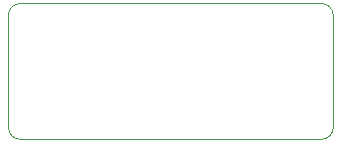
<source format=gbr>
%TF.GenerationSoftware,KiCad,Pcbnew,9.0.3*%
%TF.CreationDate,2025-08-01T11:26:29+10:00*%
%TF.ProjectId,TFC_10-pin,5446435f-3130-42d7-9069-6e2e6b696361,A*%
%TF.SameCoordinates,Original*%
%TF.FileFunction,Profile,NP*%
%FSLAX46Y46*%
G04 Gerber Fmt 4.6, Leading zero omitted, Abs format (unit mm)*
G04 Created by KiCad (PCBNEW 9.0.3) date 2025-08-01 11:26:29*
%MOMM*%
%LPD*%
G01*
G04 APERTURE LIST*
%TA.AperFunction,Profile*%
%ADD10C,0.050000*%
%TD*%
G04 APERTURE END LIST*
D10*
X124440000Y-54500000D02*
G75*
G02*
X125440000Y-55500000I0J-1000000D01*
G01*
X97940000Y-55500000D02*
G75*
G02*
X98940000Y-54500000I1000000J0D01*
G01*
X125440000Y-65000000D02*
G75*
G02*
X124440000Y-66000000I-1000000J0D01*
G01*
X98940000Y-66000000D02*
G75*
G02*
X97940000Y-65000000I0J1000000D01*
G01*
X125440000Y-55500000D02*
X125440000Y-65000000D01*
X97940000Y-65000000D02*
X97940000Y-55500000D01*
X98940000Y-54500000D02*
X124440000Y-54500000D01*
X124440000Y-66000000D02*
X98940000Y-66000000D01*
M02*

</source>
